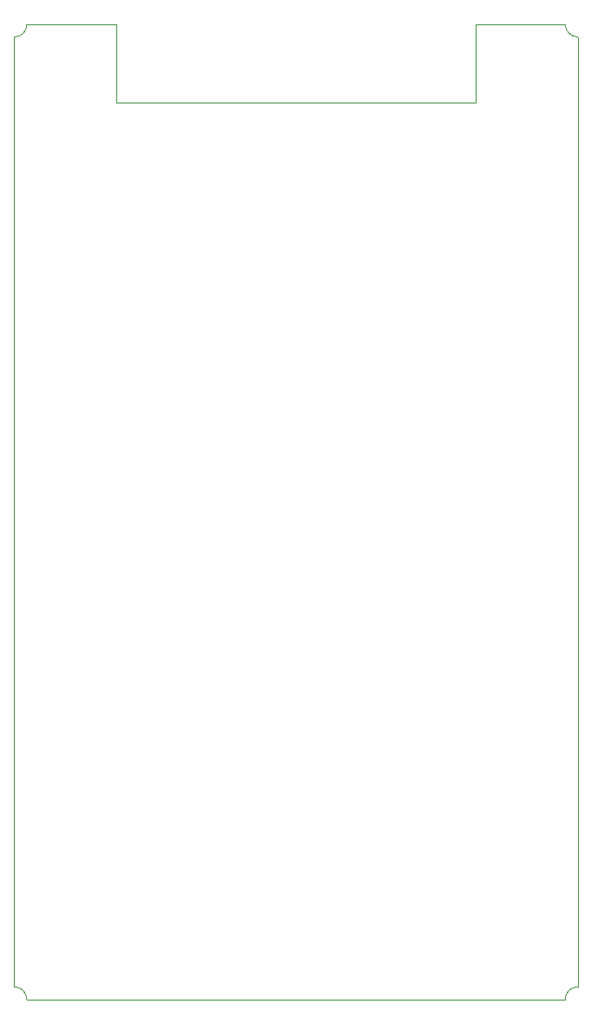
<source format=gbr>
G04 #@! TF.GenerationSoftware,KiCad,Pcbnew,6.0.0-rc1-unknown-ebb74fc~66~ubuntu18.04.1*
G04 #@! TF.CreationDate,2018-09-19T18:27:30+02:00*
G04 #@! TF.ProjectId,esp32-gateway,65737033322D676174657761792E6B69,v3*
G04 #@! TF.SameCoordinates,Original*
G04 #@! TF.FileFunction,Profile,NP*
%FSLAX46Y46*%
G04 Gerber Fmt 4.6, Leading zero omitted, Abs format (unit mm)*
G04 Created by KiCad (PCBNEW 6.0.0-rc1-unknown-ebb74fc~66~ubuntu18.04.1) date Wed Sep 19 18:27:30 2018*
%MOMM*%
%LPD*%
G01*
G04 APERTURE LIST*
%ADD10C,0.001000*%
G04 APERTURE END LIST*
D10*
X168750000Y-160000000D02*
G75*
G02X170000000Y-158750000I1250000J0D01*
G01*
X115000000Y-158750000D02*
G75*
G02X116250000Y-160000000I0J-1250000D01*
G01*
X170000000Y-66250000D02*
G75*
G02X168750000Y-65000000I0J1250000D01*
G01*
X116250000Y-65000000D02*
G75*
G02X115000000Y-66250000I-1250000J0D01*
G01*
X160000000Y-65000000D02*
X168750000Y-65000000D01*
X160000000Y-72590000D02*
X160000000Y-65000000D01*
X125000000Y-72590000D02*
X160000000Y-72590000D01*
X125000000Y-65000000D02*
X125000000Y-72590000D01*
X115000000Y-158750000D02*
X115000000Y-66250000D01*
X168750000Y-160000000D02*
X116250000Y-160000000D01*
X170000000Y-66250000D02*
X170000000Y-158750000D01*
X116250000Y-65000000D02*
X125000000Y-65000000D01*
M02*

</source>
